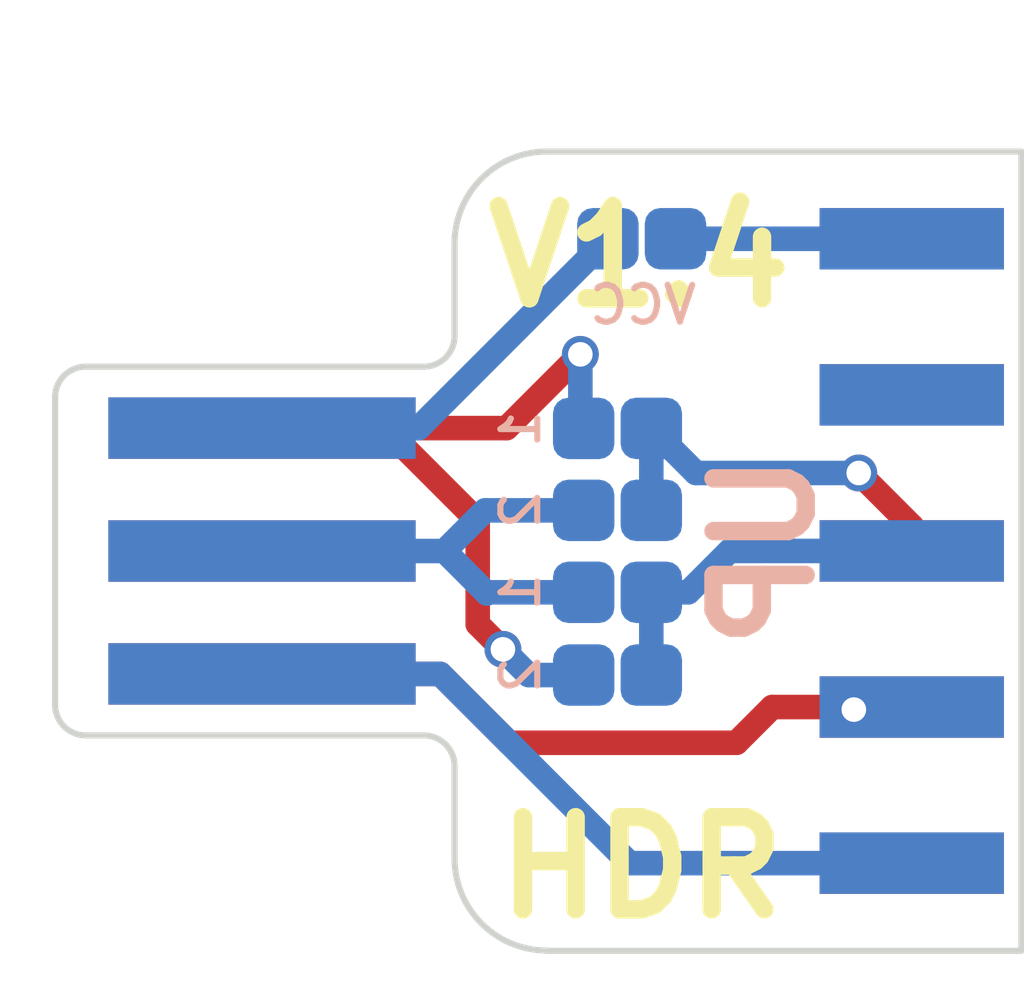
<source format=kicad_pcb>
(kicad_pcb (version 20171130) (host pcbnew "(5.0.0)")

  (general
    (thickness 1.6)
    (drawings 17)
    (tracks 42)
    (zones 0)
    (modules 12)
    (nets 1)
  )

  (page A4)
  (layers
    (0 F.Cu signal)
    (31 B.Cu signal)
    (32 B.Adhes user)
    (33 F.Adhes user)
    (34 B.Paste user)
    (35 F.Paste user)
    (36 B.SilkS user)
    (37 F.SilkS user)
    (38 B.Mask user)
    (39 F.Mask user)
    (40 Dwgs.User user)
    (41 Cmts.User user)
    (42 Eco1.User user)
    (43 Eco2.User user)
    (44 Edge.Cuts user)
    (45 Margin user)
    (46 B.CrtYd user)
    (47 F.CrtYd user)
    (48 B.Fab user)
    (49 F.Fab user)
  )

  (setup
    (last_trace_width 0.4)
    (trace_clearance 0.2)
    (zone_clearance 0.508)
    (zone_45_only no)
    (trace_min 0.2)
    (segment_width 0.2)
    (edge_width 0.1)
    (via_size 0.6)
    (via_drill 0.4)
    (via_min_size 0.4)
    (via_min_drill 0.3)
    (uvia_size 0.3)
    (uvia_drill 0.1)
    (uvias_allowed no)
    (uvia_min_size 0.2)
    (uvia_min_drill 0.1)
    (pcb_text_width 0.3)
    (pcb_text_size 1.5 1.5)
    (mod_edge_width 0.15)
    (mod_text_size 1 1)
    (mod_text_width 0.15)
    (pad_size 3 1)
    (pad_drill 0)
    (pad_to_mask_clearance 0)
    (aux_axis_origin 0 0)
    (visible_elements 7FFFFFFF)
    (pcbplotparams
      (layerselection 0x010f0_ffffffff)
      (usegerberextensions true)
      (usegerberattributes false)
      (usegerberadvancedattributes false)
      (creategerberjobfile false)
      (excludeedgelayer true)
      (linewidth 0.100000)
      (plotframeref false)
      (viasonmask false)
      (mode 1)
      (useauxorigin false)
      (hpglpennumber 1)
      (hpglpenspeed 20)
      (hpglpendiameter 15.000000)
      (psnegative false)
      (psa4output false)
      (plotreference true)
      (plotvalue true)
      (plotinvisibletext false)
      (padsonsilk false)
      (subtractmaskfromsilk false)
      (outputformat 1)
      (mirror false)
      (drillshape 0)
      (scaleselection 1)
      (outputdirectory "C:/Users/Martin Refseth/Desktop/Ny mappe/"))
  )

  (net 0 "")

  (net_class Default "This is the default net class."
    (clearance 0.2)
    (trace_width 0.4)
    (via_dia 0.6)
    (via_drill 0.4)
    (uvia_dia 0.3)
    (uvia_drill 0.1)
  )

  (module Connectors_IDC:1pin (layer B.Cu) (tedit 5BC52213) (tstamp 5BC55E38)
    (at 71.42459 63.057831 270)
    (descr "module 1 pin (ou trou mecanique de percage)")
    (tags DEV)
    (path /5BC10385)
    (fp_text reference "" (at -3.659931 1.76509 270) (layer B.SilkS)
      (effects (font (size 1 1) (thickness 0.15)) (justify mirror))
    )
    (fp_text value "" (at 0 -3 270) (layer B.Fab)
      (effects (font (size 1 1) (thickness 0.15)) (justify mirror))
    )
    (pad 1 smd roundrect (at 0 0 270) (size 1 1) (layers B.Cu B.Paste B.Mask) (roundrect_rratio 0.25))
  )

  (module Connectors_IDC:1pin (layer B.Cu) (tedit 5BC53ABF) (tstamp 5BC55E34)
    (at 72.52459 63.057831 270)
    (descr "module 1 pin (ou trou mecanique de percage)")
    (tags DEV)
    (path /5BC100E8)
    (fp_text reference 2 (at -0.002331 2.12849 90) (layer B.SilkS)
      (effects (font (size 0.6 0.6) (thickness 0.1)) (justify mirror))
    )
    (fp_text value "" (at 0 -3 270) (layer B.Fab)
      (effects (font (size 1 1) (thickness 0.15)) (justify mirror))
    )
    (pad 1 smd roundrect (at 0 0 270) (size 1 1) (layers B.Cu B.Paste B.Mask) (roundrect_rratio 0.25))
  )

  (module Connectors_IDC:1pin (layer B.Cu) (tedit 5BC52213) (tstamp 5BC55E28)
    (at 71.42459 61.711631 270)
    (descr "module 1 pin (ou trou mecanique de percage)")
    (tags DEV)
    (path /5BC10385)
    (fp_text reference "" (at -3.659931 1.76509 270) (layer B.SilkS)
      (effects (font (size 1 1) (thickness 0.15)) (justify mirror))
    )
    (fp_text value "" (at 0 -3 270) (layer B.Fab)
      (effects (font (size 1 1) (thickness 0.15)) (justify mirror))
    )
    (pad 1 smd roundrect (at 0 0 270) (size 1 1) (layers B.Cu B.Paste B.Mask) (roundrect_rratio 0.25))
  )

  (module Connectors_IDC:1pin (layer B.Cu) (tedit 5BC53AD2) (tstamp 5BC55E24)
    (at 72.52459 61.711631 270)
    (descr "module 1 pin (ou trou mecanique de percage)")
    (tags DEV)
    (path /5BC100E8)
    (fp_text reference 1 (at -0.002331 2.12849 90) (layer B.SilkS)
      (effects (font (size 0.6 0.6) (thickness 0.1)) (justify mirror))
    )
    (fp_text value "" (at 0 -3 270) (layer B.Fab)
      (effects (font (size 1 1) (thickness 0.15)) (justify mirror))
    )
    (pad 1 smd roundrect (at 0 0 270) (size 1 1) (layers B.Cu B.Paste B.Mask) (roundrect_rratio 0.25))
  )

  (module Connectors_IDC:1pin (layer B.Cu) (tedit 5BC52213) (tstamp 5BC55D8C)
    (at 71.42459 60.378131 270)
    (descr "module 1 pin (ou trou mecanique de percage)")
    (tags DEV)
    (path /5BC10385)
    (fp_text reference "" (at -3.659931 1.76509 270) (layer B.SilkS)
      (effects (font (size 1 1) (thickness 0.15)) (justify mirror))
    )
    (fp_text value "" (at 0 -3 270) (layer B.Fab)
      (effects (font (size 1 1) (thickness 0.15)) (justify mirror))
    )
    (pad 1 smd roundrect (at 0 0 270) (size 1 1) (layers B.Cu B.Paste B.Mask) (roundrect_rratio 0.25))
  )

  (module Connectors_IDC:1pin (layer B.Cu) (tedit 5BC53AD9) (tstamp 5BC55D88)
    (at 72.52459 60.378131 270)
    (descr "module 1 pin (ou trou mecanique de percage)")
    (tags DEV)
    (path /5BC100E8)
    (fp_text reference 2 (at -0.002331 2.12849 90) (layer B.SilkS)
      (effects (font (size 0.6 0.6) (thickness 0.1)) (justify mirror))
    )
    (fp_text value "" (at 0 -3 270) (layer B.Fab)
      (effects (font (size 1 1) (thickness 0.15)) (justify mirror))
    )
    (pad 1 smd roundrect (at 0 0 270) (size 1 1) (layers B.Cu B.Paste B.Mask) (roundrect_rratio 0.25))
  )

  (module Connectors_IDC:1pin (layer B.Cu) (tedit 5BC53A71) (tstamp 5BC55D7C)
    (at 72.52459 59.044631 270)
    (descr "module 1 pin (ou trou mecanique de percage)")
    (tags DEV)
    (path /5BC100E8)
    (fp_text reference 1 (at 0.010369 2.12849 90) (layer B.SilkS)
      (effects (font (size 0.6 0.6) (thickness 0.1)) (justify mirror))
    )
    (fp_text value "" (at 0 -3 270) (layer B.Fab)
      (effects (font (size 1 1) (thickness 0.15)) (justify mirror))
    )
    (pad 1 smd roundrect (at 0 0 270) (size 1 1) (layers B.Cu B.Paste B.Mask) (roundrect_rratio 0.25))
  )

  (module Connectors_IDC:1pin (layer B.Cu) (tedit 5BC52213) (tstamp 5BC55D78)
    (at 71.42459 59.044631 270)
    (descr "module 1 pin (ou trou mecanique de percage)")
    (tags DEV)
    (path /5BC10385)
    (fp_text reference "" (at -3.659931 1.76509 270) (layer B.SilkS)
      (effects (font (size 1 1) (thickness 0.15)) (justify mirror))
    )
    (fp_text value "" (at 0 -3 270) (layer B.Fab)
      (effects (font (size 1 1) (thickness 0.15)) (justify mirror))
    )
    (pad 1 smd roundrect (at 0 0 270) (size 1 1) (layers B.Cu B.Paste B.Mask) (roundrect_rratio 0.25))
  )

  (module Connectors_IDC:STLink_Connector (layer F.Cu) (tedit 5BEF6875) (tstamp 5BC106F4)
    (at 75.10756 61.03874 180)
    (descr "surface-mounted straight pin header, 1x05, 2.54mm pitch, single row, style 1 (pin 1 left)")
    (tags "Surface mounted pin header SMD 1x05 2.54mm single row style1 pin1 left")
    (path /5BC0FD0B)
    (attr smd)
    (fp_text reference "" (at -1.905 -6.985 180) (layer F.SilkS)
      (effects (font (size 1 1) (thickness 0.15)))
    )
    (fp_text value "" (at 0 7.41 180) (layer F.Fab)
      (effects (font (size 1 1) (thickness 0.15)))
    )
    (fp_line (start -3.45 -6.35) (end -3.45 6.35) (layer F.CrtYd) (width 0.05))
    (fp_line (start -3.45 6.35) (end 0 6.35) (layer F.CrtYd) (width 0.05))
    (fp_line (start 0 6.35) (end 0 -6.35) (layer F.CrtYd) (width 0.05))
    (fp_line (start 0 -6.35) (end -3.45 -6.35) (layer F.CrtYd) (width 0.05))
    (pad "2 - SWDIO" smd rect (at -1.655 -5.08 180) (size 3 1) (layers B.Cu B.Paste B.Mask))
    (pad "6 - SWCLK" smd rect (at -1.655 0 180) (size 3 1) (layers B.Cu B.Paste B.Mask))
    (pad "10 - 5.0V" smd rect (at -1.655 5.08 180) (size 3 1) (layers B.Cu B.Paste B.Mask))
    (pad "4 - GND" smd rect (at -1.655 -2.54 180) (size 3 1) (layers B.Cu B.Paste B.Mask))
    (pad "8 - 3.3V" smd rect (at -1.655 2.54 180) (size 3 1) (layers B.Cu B.Paste B.Mask))
    (pad "7 - 3.3V" smd rect (at -1.655 2.54 180) (size 3 1) (layers F.Cu F.Paste F.Mask))
    (pad "9 - 5.0V" smd rect (at -1.655 5.08 180) (size 3 1) (layers F.Cu F.Paste F.Mask))
    (pad "1 - RST" smd rect (at -1.655 -5.08 180) (size 3 1) (layers F.Cu F.Paste F.Mask))
    (pad "5 - SWIM" smd rect (at -1.655 0 180) (size 3 1) (layers F.Cu F.Paste F.Mask))
    (pad "3 - GND" smd rect (at -1.655 -2.54 180) (size 3 1) (layers F.Cu F.Paste F.Mask))
    (model ${KISYS3DMOD}/Pin_Headers.3dshapes/Pin_Header_Straight_1x05_Pitch2.54mm_SMD_Pin1Left.wrl
      (at (xyz 0 0 0))
      (scale (xyz 1 1 1))
      (rotate (xyz 0 0 0))
    )
  )

  (module Connectors_IDC:gb-link-socket (layer F.Cu) (tedit 5BC52583) (tstamp 5740699F)
    (at 66.18986 61.039825 270)
    (path /574062E3)
    (fp_text reference GBLink (at 0 -3.25374 270) (layer F.SilkS) hide
      (effects (font (size 1 1) (thickness 0.15)))
    )
    (fp_text value "" (at 0.5 4 270) (layer F.Fab)
      (effects (font (size 1 1) (thickness 0.15)))
    )
    (pad "1 - VDD" connect rect (at -2 0 270) (size 1 5) (layers B.Cu B.Mask))
    (pad "3 - SI" connect rect (at 0 0 270) (size 1 5) (layers B.Cu B.Mask))
    (pad "5 - SC" connect rect (at 2 0 270) (size 1 5) (layers B.Cu B.Mask))
    (pad "2 - SO" connect rect (at -2 0 270) (size 1 5) (layers F.Cu F.Mask))
    (pad "6 - GND" connect rect (at 2 0 270) (size 1 5) (layers F.Cu F.Mask))
    (pad "4 - SD" connect rect (at 0 0 270) (size 1 5) (layers F.Cu F.Mask))
  )

  (module Connectors_IDC:1pin (layer B.Cu) (tedit 5BC52213) (tstamp 5BC10A0A)
    (at 71.81829 55.958531 270)
    (descr "module 1 pin (ou trou mecanique de percage)")
    (tags DEV)
    (path /5BC10385)
    (fp_text reference "" (at -3.659931 1.76509 270) (layer B.SilkS)
      (effects (font (size 1 1) (thickness 0.15)) (justify mirror))
    )
    (fp_text value "" (at 0 -3 270) (layer B.Fab)
      (effects (font (size 1 1) (thickness 0.15)) (justify mirror))
    )
    (pad 1 smd roundrect (at 0 0 270) (size 1 1) (layers B.Cu B.Paste B.Mask) (roundrect_rratio 0.25))
  )

  (module Connectors_IDC:1pin (layer B.Cu) (tedit 5BC5285F) (tstamp 5BC10A0F)
    (at 72.91829 55.958531 270)
    (descr "module 1 pin (ou trou mecanique de percage)")
    (tags DEV)
    (path /5BC100E8)
    (fp_text reference VCC (at 1.077169 0.52829) (layer B.SilkS)
      (effects (font (size 0.6 0.6) (thickness 0.1)) (justify mirror))
    )
    (fp_text value "" (at 0 -3 270) (layer B.Fab)
      (effects (font (size 1 1) (thickness 0.15)) (justify mirror))
    )
    (pad 1 smd roundrect (at 0 0 270) (size 1 1) (layers B.Cu B.Paste B.Mask) (roundrect_rratio 0.25))
  )

  (gr_text HDR (at 72.3646 66.1924) (layer F.SilkS)
    (effects (font (size 1.5 1.5) (thickness 0.3)))
  )
  (gr_text V1.4 (at 72.3265 56.2483) (layer F.SilkS)
    (effects (font (size 1.5 1.5) (thickness 0.3)))
  )
  (gr_text UP (at 74.3585 61.0362 90) (layer B.SilkS)
    (effects (font (size 1.5 1.5) (thickness 0.3)) (justify mirror))
  )
  (gr_line (start 70.8025 67.5452) (end 78.5467 67.5452) (layer Edge.Cuts) (width 0.1))
  (gr_line (start 78.5467 54.5465) (end 78.5467 67.5386) (layer Edge.Cuts) (width 0.1))
  (gr_line (start 70.8279 54.5399) (end 78.5467 54.5399) (layer Edge.Cuts) (width 0.1))
  (gr_line (start 62.822943 63.539825) (end 62.822943 58.539825) (angle 90) (layer Edge.Cuts) (width 0.1))
  (gr_arc (start 63.322943 63.539825) (end 63.322943 64.039825) (angle 90) (layer Edge.Cuts) (width 0.1))
  (gr_arc (start 63.322943 58.539825) (end 62.822943 58.539825) (angle 90) (layer Edge.Cuts) (width 0.1))
  (gr_arc (start 70.822943 66.039825) (end 70.822943 67.539825) (angle 90) (layer Edge.Cuts) (width 0.1))
  (gr_arc (start 70.822943 56.039825) (end 69.322943 56.039825) (angle 90) (layer Edge.Cuts) (width 0.1))
  (gr_line (start 69.322943 57.539825) (end 69.322943 56.070487) (angle 90) (layer Edge.Cuts) (width 0.1))
  (gr_line (start 69.322943 64.539825) (end 69.322943 66.040121) (angle 90) (layer Edge.Cuts) (width 0.1))
  (gr_arc (start 68.822943 57.539825) (end 69.322943 57.539825) (angle 90) (layer Edge.Cuts) (width 0.1))
  (gr_arc (start 68.822943 64.539825) (end 68.822943 64.039825) (angle 90) (layer Edge.Cuts) (width 0.1))
  (gr_line (start 63.322943 58.039825) (end 68.822943 58.039825) (angle 90) (layer Edge.Cuts) (width 0.1))
  (gr_line (start 63.322943 64.039825) (end 68.822943 64.039825) (angle 90) (layer Edge.Cuts) (width 0.1))

  (via (at 75.82 63.62) (size 0.6) (drill 0.4) (layers F.Cu B.Cu) (net 0))
  (segment (start 72.168775 66.11874) (end 76.76256 66.11874) (width 0.4) (layer B.Cu) (net 0))
  (segment (start 66.18986 63.039825) (end 69.08986 63.039825) (width 0.4) (layer B.Cu) (net 0))
  (segment (start 69.08986 63.039825) (end 72.168775 66.11874) (width 0.4) (layer B.Cu) (net 0))
  (segment (start 76.76256 61.03874) (end 75.76256 61.03874) (width 0.4) (layer B.Cu) (net 0))
  (segment (start 73.797481 61.03874) (end 76.76256 61.03874) (width 0.4) (layer B.Cu) (net 0))
  (segment (start 72.52459 61.711631) (end 73.12459 61.711631) (width 0.4) (layer B.Cu) (net 0))
  (segment (start 73.12459 61.711631) (end 73.797481 61.03874) (width 0.4) (layer B.Cu) (net 0))
  (segment (start 72.52459 61.711631) (end 72.52459 63.057831) (width 0.4) (layer B.Cu) (net 0))
  (segment (start 66.18986 61.039825) (end 69.159825 61.039825) (width 0.4) (layer B.Cu) (net 0))
  (segment (start 69.159825 61.039825) (end 69.85 61.73) (width 0.4) (layer B.Cu) (net 0))
  (segment (start 69.868369 61.711631) (end 71.42459 61.711631) (width 0.4) (layer B.Cu) (net 0))
  (segment (start 69.85 61.73) (end 69.868369 61.711631) (width 0.4) (layer B.Cu) (net 0))
  (segment (start 69.08986 63.039825) (end 70.21 64.159965) (width 0.4) (layer F.Cu) (net 0))
  (segment (start 66.18986 63.039825) (end 69.08986 63.039825) (width 0.4) (layer F.Cu) (net 0))
  (segment (start 70.21 64.159965) (end 73.909965 64.159965) (width 0.4) (layer F.Cu) (net 0))
  (segment (start 74.49119 63.57874) (end 76.76256 63.57874) (width 0.4) (layer F.Cu) (net 0))
  (segment (start 73.909965 64.159965) (end 74.49119 63.57874) (width 0.4) (layer F.Cu) (net 0))
  (via (at 75.9 59.77) (size 0.6) (drill 0.4) (layers F.Cu B.Cu) (net 0))
  (segment (start 76.76256 60.63256) (end 75.9 59.77) (width 0.4) (layer F.Cu) (net 0))
  (segment (start 76.76256 61.03874) (end 76.76256 60.63256) (width 0.4) (layer F.Cu) (net 0))
  (segment (start 73.249959 59.77) (end 72.52459 59.044631) (width 0.4) (layer B.Cu) (net 0))
  (segment (start 75.9 59.77) (end 73.249959 59.77) (width 0.4) (layer B.Cu) (net 0))
  (segment (start 72.52459 60.378131) (end 72.52459 59.044631) (width 0.4) (layer B.Cu) (net 0))
  (segment (start 69.821519 60.378131) (end 69.159825 61.039825) (width 0.4) (layer B.Cu) (net 0))
  (segment (start 71.42459 60.378131) (end 69.821519 60.378131) (width 0.4) (layer B.Cu) (net 0))
  (segment (start 72.918499 55.95874) (end 72.91829 55.958531) (width 0.4) (layer B.Cu) (net 0))
  (segment (start 76.76256 55.95874) (end 72.918499 55.95874) (width 0.4) (layer B.Cu) (net 0))
  (segment (start 68.736996 59.039825) (end 66.18986 59.039825) (width 0.4) (layer B.Cu) (net 0))
  (segment (start 71.81829 55.958531) (end 68.736996 59.039825) (width 0.4) (layer B.Cu) (net 0))
  (via (at 71.37 57.84) (size 0.6) (drill 0.4) (layers F.Cu B.Cu) (net 0))
  (segment (start 71.37 58.990041) (end 71.42459 59.044631) (width 0.4) (layer B.Cu) (net 0))
  (segment (start 71.37 57.84) (end 71.37 58.990041) (width 0.4) (layer B.Cu) (net 0))
  (via (at 70.11 62.64) (size 0.6) (drill 0.4) (layers F.Cu B.Cu) (net 0))
  (segment (start 70.527831 63.057831) (end 70.11 62.64) (width 0.4) (layer B.Cu) (net 0))
  (segment (start 71.42459 63.057831) (end 70.527831 63.057831) (width 0.4) (layer B.Cu) (net 0))
  (segment (start 68.18986 59.039825) (end 66.18986 59.039825) (width 0.4) (layer F.Cu) (net 0))
  (segment (start 69.700035 60.55) (end 68.18986 59.039825) (width 0.4) (layer F.Cu) (net 0))
  (segment (start 69.700035 62.230035) (end 70.11 62.64) (width 0.4) (layer F.Cu) (net 0))
  (segment (start 69.700035 60.55) (end 69.700035 62.230035) (width 0.4) (layer F.Cu) (net 0))
  (segment (start 70.170175 59.039825) (end 66.18986 59.039825) (width 0.4) (layer F.Cu) (net 0))
  (segment (start 71.37 57.84) (end 70.170175 59.039825) (width 0.4) (layer F.Cu) (net 0))

)

</source>
